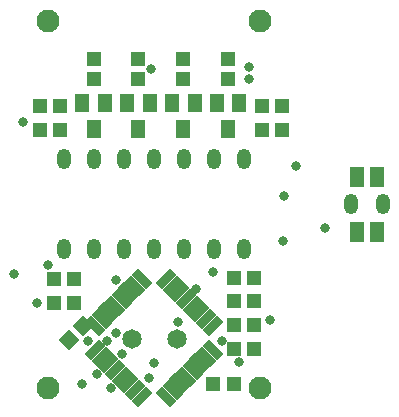
<source format=gts>
G04 Layer_Color=8388736*
%FSAX44Y44*%
%MOMM*%
G71*
G01*
G75*
%ADD27R,1.2000X1.6000*%
G04:AMPARAMS|DCode=28|XSize=0.75mm|YSize=1.7mm|CornerRadius=0mm|HoleSize=0mm|Usage=FLASHONLY|Rotation=315.000|XOffset=0mm|YOffset=0mm|HoleType=Round|Shape=Rectangle|*
%AMROTATEDRECTD28*
4,1,4,-0.8662,-0.3359,0.3359,0.8662,0.8662,0.3359,-0.3359,-0.8662,-0.8662,-0.3359,0.0*
%
%ADD28ROTATEDRECTD28*%

G04:AMPARAMS|DCode=29|XSize=0.75mm|YSize=1.7mm|CornerRadius=0mm|HoleSize=0mm|Usage=FLASHONLY|Rotation=45.000|XOffset=0mm|YOffset=0mm|HoleType=Round|Shape=Rectangle|*
%AMROTATEDRECTD29*
4,1,4,0.3359,-0.8662,-0.8662,0.3359,-0.3359,0.8662,0.8662,-0.3359,0.3359,-0.8662,0.0*
%
%ADD29ROTATEDRECTD29*%

%ADD30R,1.2000X1.7000*%
%ADD31R,1.2000X1.3000*%
%ADD32R,1.3000X1.2000*%
G04:AMPARAMS|DCode=33|XSize=1.2mm|YSize=1.3mm|CornerRadius=0mm|HoleSize=0mm|Usage=FLASHONLY|Rotation=225.000|XOffset=0mm|YOffset=0mm|HoleType=Round|Shape=Rectangle|*
%AMROTATEDRECTD33*
4,1,4,-0.0354,0.8839,0.8839,-0.0354,0.0354,-0.8839,-0.8839,0.0354,-0.0354,0.8839,0.0*
%
%ADD33ROTATEDRECTD33*%

%ADD34C,1.9500*%
%ADD35C,1.6500*%
%ADD36O,1.2500X1.7500*%
%ADD37C,0.8350*%
D27*
X00566500Y01023000D02*
D03*
X00547500D02*
D03*
X00557000Y01001000D02*
D03*
X00680500Y01023000D02*
D03*
X00661500D02*
D03*
X00671000Y01001000D02*
D03*
X00642500Y01023000D02*
D03*
X00623500D02*
D03*
X00633000Y01001000D02*
D03*
X00604500Y01023000D02*
D03*
X00585500D02*
D03*
X00595000Y01001000D02*
D03*
D28*
X00618253Y00873851D02*
D03*
X00623910Y00868194D02*
D03*
X00629567Y00862538D02*
D03*
X00635224Y00856881D02*
D03*
X00640881Y00851224D02*
D03*
X00646537Y00845567D02*
D03*
X00652194Y00839910D02*
D03*
X00657851Y00834253D02*
D03*
X00597747Y00774149D02*
D03*
X00592090Y00779806D02*
D03*
X00586433Y00785463D02*
D03*
X00580776Y00791120D02*
D03*
X00575120Y00796777D02*
D03*
X00569463Y00802433D02*
D03*
X00563806Y00808090D02*
D03*
X00558149Y00813747D02*
D03*
D29*
X00657851D02*
D03*
X00652194Y00808090D02*
D03*
X00646537Y00802433D02*
D03*
X00640881Y00796777D02*
D03*
X00635224Y00791120D02*
D03*
X00629567Y00785463D02*
D03*
X00623910Y00779806D02*
D03*
X00618253Y00774149D02*
D03*
X00558149Y00834253D02*
D03*
X00563806Y00839910D02*
D03*
X00569463Y00845567D02*
D03*
X00575120Y00851224D02*
D03*
X00580776Y00856881D02*
D03*
X00586433Y00862538D02*
D03*
X00592090Y00868194D02*
D03*
X00597747Y00873851D02*
D03*
D30*
X00779750Y00960000D02*
D03*
X00796750D02*
D03*
Y00914000D02*
D03*
X00779750Y00914000D02*
D03*
D31*
X00658500Y00785000D02*
D03*
X00675500D02*
D03*
X00692500Y00815000D02*
D03*
X00675500D02*
D03*
X00523500Y00854000D02*
D03*
X00540500D02*
D03*
X00528500Y01020000D02*
D03*
X00511500D02*
D03*
X00699500D02*
D03*
X00716500D02*
D03*
X00692500Y00855000D02*
D03*
X00675500D02*
D03*
X00523500Y00874000D02*
D03*
X00540500D02*
D03*
X00692500Y00875000D02*
D03*
X00675500D02*
D03*
X00528500Y01000000D02*
D03*
X00511500D02*
D03*
X00699500D02*
D03*
X00716500D02*
D03*
X00692500Y00835000D02*
D03*
X00675500D02*
D03*
D32*
X00557000Y01043500D02*
D03*
Y01060500D02*
D03*
X00671000Y01043500D02*
D03*
Y01060500D02*
D03*
X00633000Y01043500D02*
D03*
Y01060500D02*
D03*
X00595000Y01043500D02*
D03*
Y01060500D02*
D03*
D33*
X00535990Y00821990D02*
D03*
X00548010Y00834011D02*
D03*
D34*
X00698000Y01092000D02*
D03*
X00518000D02*
D03*
Y00782000D02*
D03*
X00698000D02*
D03*
D35*
X00589280Y00822960D02*
D03*
X00627379D02*
D03*
D36*
X00801750Y00937000D02*
D03*
X00774750D02*
D03*
X00684200Y00975100D02*
D03*
X00658800D02*
D03*
X00633400D02*
D03*
X00608000D02*
D03*
X00582600D02*
D03*
X00557200D02*
D03*
X00531800D02*
D03*
X00684200Y00898900D02*
D03*
X00658800D02*
D03*
X00633400D02*
D03*
X00608000D02*
D03*
X00582600D02*
D03*
X00557200D02*
D03*
X00531800D02*
D03*
D37*
X00643382Y00865378D02*
D03*
X00575818Y00827898D02*
D03*
X00551942Y00821690D02*
D03*
X00568452Y00821469D02*
D03*
X00508762Y00853440D02*
D03*
X00559816Y00793242D02*
D03*
X00706120Y00838962D02*
D03*
X00603504Y00790448D02*
D03*
X00572008Y00781558D02*
D03*
X00580898Y00810514D02*
D03*
X00518160Y00885698D02*
D03*
X00628269Y00837565D02*
D03*
X00657860Y00879856D02*
D03*
X00753000Y00917000D02*
D03*
X00665383Y00821000D02*
D03*
X00608000Y00803000D02*
D03*
X00576000Y00873000D02*
D03*
X00689000Y01053000D02*
D03*
X00606000Y01052000D02*
D03*
X00728000Y00970000D02*
D03*
X00718000Y00944000D02*
D03*
X00547000Y00785000D02*
D03*
X00717000Y00906000D02*
D03*
X00680000Y00804000D02*
D03*
X00497000Y01007000D02*
D03*
X00490000Y00878000D02*
D03*
X00689000Y01043000D02*
D03*
M02*

</source>
